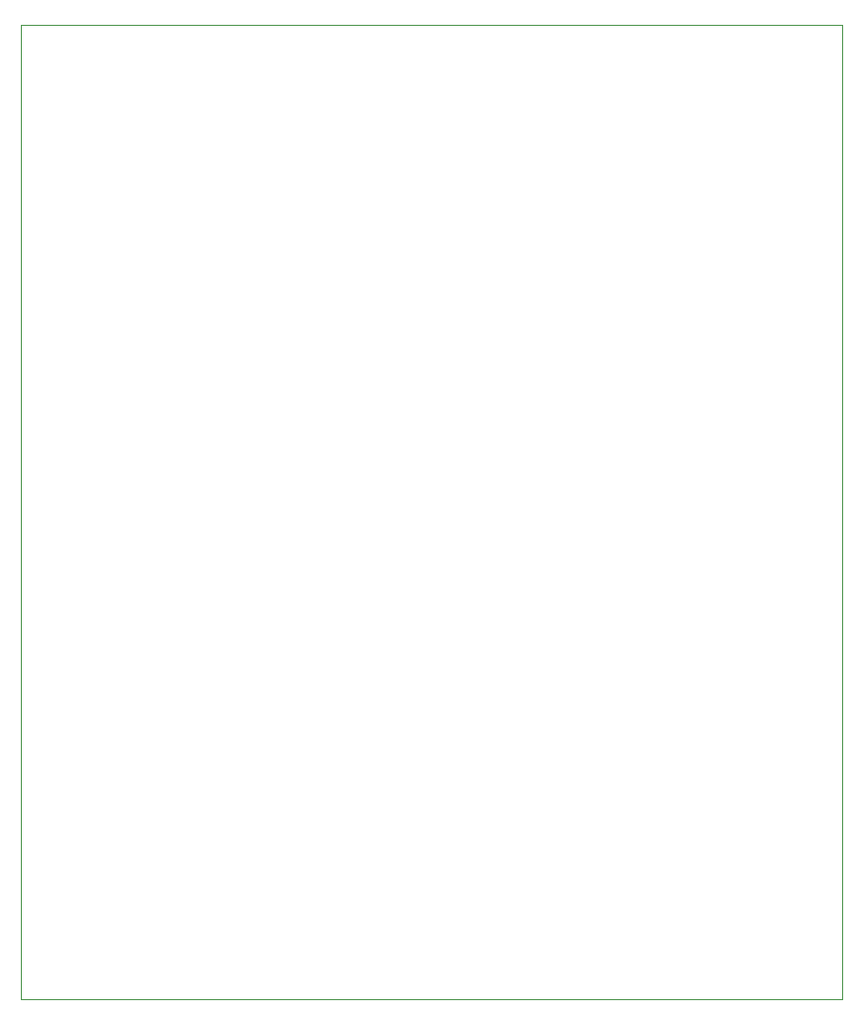
<source format=gbr>
%TF.GenerationSoftware,KiCad,Pcbnew,9.0.0*%
%TF.CreationDate,2025-07-26T11:29:55+07:00*%
%TF.ProjectId,O1_Circuit,4f315f43-6972-4637-9569-742e6b696361,rev?*%
%TF.SameCoordinates,Original*%
%TF.FileFunction,Profile,NP*%
%FSLAX46Y46*%
G04 Gerber Fmt 4.6, Leading zero omitted, Abs format (unit mm)*
G04 Created by KiCad (PCBNEW 9.0.0) date 2025-07-26 11:29:55*
%MOMM*%
%LPD*%
G01*
G04 APERTURE LIST*
%TA.AperFunction,Profile*%
%ADD10C,0.050000*%
%TD*%
G04 APERTURE END LIST*
D10*
X98500000Y-49000000D02*
X168500000Y-49000000D01*
X168500000Y-132000000D01*
X98500000Y-132000000D01*
X98500000Y-49000000D01*
M02*

</source>
